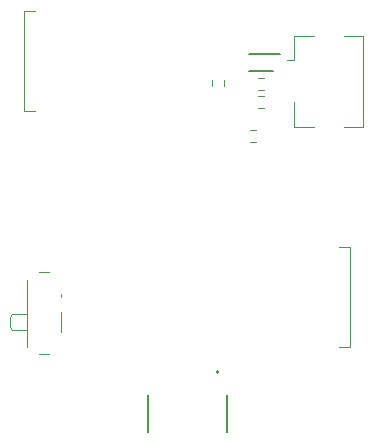
<source format=gbr>
%TF.GenerationSoftware,KiCad,Pcbnew,(5.1.8)-1*%
%TF.CreationDate,2021-09-07T20:43:03-04:00*%
%TF.ProjectId,mainboard_v1,6d61696e-626f-4617-9264-5f76312e6b69,rev?*%
%TF.SameCoordinates,Original*%
%TF.FileFunction,Legend,Bot*%
%TF.FilePolarity,Positive*%
%FSLAX46Y46*%
G04 Gerber Fmt 4.6, Leading zero omitted, Abs format (unit mm)*
G04 Created by KiCad (PCBNEW (5.1.8)-1) date 2021-09-07 20:43:03*
%MOMM*%
%LPD*%
G01*
G04 APERTURE LIST*
%ADD10C,0.120000*%
%ADD11C,0.200000*%
%ADD12C,0.100000*%
%ADD13C,0.127000*%
G04 APERTURE END LIST*
D10*
%TO.C,R11*%
X195295276Y-103857500D02*
X195804724Y-103857500D01*
X195295276Y-104902500D02*
X195804724Y-104902500D01*
%TO.C,R10*%
X192077500Y-100114724D02*
X192077500Y-99605276D01*
X193122500Y-100114724D02*
X193122500Y-99605276D01*
D11*
%TO.C,C13*%
X195195000Y-97440000D02*
X197845000Y-97440000D01*
X197245000Y-98840000D02*
X195195000Y-98840000D01*
D12*
%TO.C,J8*%
X202840000Y-113785000D02*
X202840000Y-113785000D01*
X202840000Y-113785000D02*
X203790000Y-113785000D01*
X203790000Y-113785000D02*
X203790000Y-113785000D01*
X203790000Y-113785000D02*
X202840000Y-113785000D01*
X203790000Y-113785000D02*
X203790000Y-122215000D01*
X203790000Y-122215000D02*
X203790000Y-122215000D01*
X203790000Y-122215000D02*
X203790000Y-113785000D01*
X203790000Y-113785000D02*
X203790000Y-113785000D01*
X203790000Y-122215000D02*
X203790000Y-122215000D01*
X203790000Y-122215000D02*
X202840000Y-122215000D01*
X202840000Y-122215000D02*
X202840000Y-122215000D01*
X202840000Y-122215000D02*
X203790000Y-122215000D01*
%TO.C,J3*%
X177140000Y-102215000D02*
X177140000Y-102215000D01*
X177140000Y-102215000D02*
X176190000Y-102215000D01*
X176190000Y-102215000D02*
X176190000Y-102215000D01*
X176190000Y-102215000D02*
X177140000Y-102215000D01*
X176190000Y-102215000D02*
X176190000Y-93785000D01*
X176190000Y-93785000D02*
X176190000Y-93785000D01*
X176190000Y-93785000D02*
X176190000Y-102215000D01*
X176190000Y-102215000D02*
X176190000Y-102215000D01*
X176190000Y-93785000D02*
X176190000Y-93785000D01*
X176190000Y-93785000D02*
X177140000Y-93785000D01*
X177140000Y-93785000D02*
X177140000Y-93785000D01*
X177140000Y-93785000D02*
X176190000Y-93785000D01*
D11*
%TO.C,J7*%
X192640000Y-124350000D02*
G75*
G03*
X192640000Y-124350000I-100000J0D01*
G01*
D13*
X193350000Y-129400000D02*
X193350000Y-126300000D01*
X186650000Y-126300000D02*
X186650000Y-129400000D01*
D10*
%TO.C,J2*%
X199020000Y-97920000D02*
X198430000Y-97920000D01*
X204840000Y-103580000D02*
X203230000Y-103580000D01*
X204840000Y-95860000D02*
X204840000Y-103580000D01*
X200730000Y-95860000D02*
X199020000Y-95860000D01*
X199020000Y-95860000D02*
X199020000Y-97920000D01*
X200730000Y-103580000D02*
X199020000Y-103580000D01*
X199020000Y-103580000D02*
X199020000Y-101520000D01*
X204840000Y-95860000D02*
X203230000Y-95860000D01*
%TO.C,R8*%
X196474724Y-102032500D02*
X195965276Y-102032500D01*
X196474724Y-100987500D02*
X195965276Y-100987500D01*
%TO.C,R9*%
X196474724Y-100495000D02*
X195965276Y-100495000D01*
X196474724Y-99450000D02*
X195965276Y-99450000D01*
%TO.C,SW1*%
X177460000Y-115920000D02*
X178250000Y-115920000D01*
X178250000Y-122820000D02*
X177460000Y-122820000D01*
X179300000Y-120970000D02*
X179300000Y-119270000D01*
X176450000Y-122220000D02*
X176450000Y-116520000D01*
X175160000Y-119470000D02*
X176450000Y-119470000D01*
X174950000Y-120570000D02*
X174950000Y-119670000D01*
X176450000Y-120770000D02*
X175160000Y-120770000D01*
X175160000Y-119470000D02*
X174950000Y-119670000D01*
X175160000Y-120770000D02*
X174950000Y-120570000D01*
X179300000Y-117970000D02*
X179300000Y-117770000D01*
%TD*%
M02*

</source>
